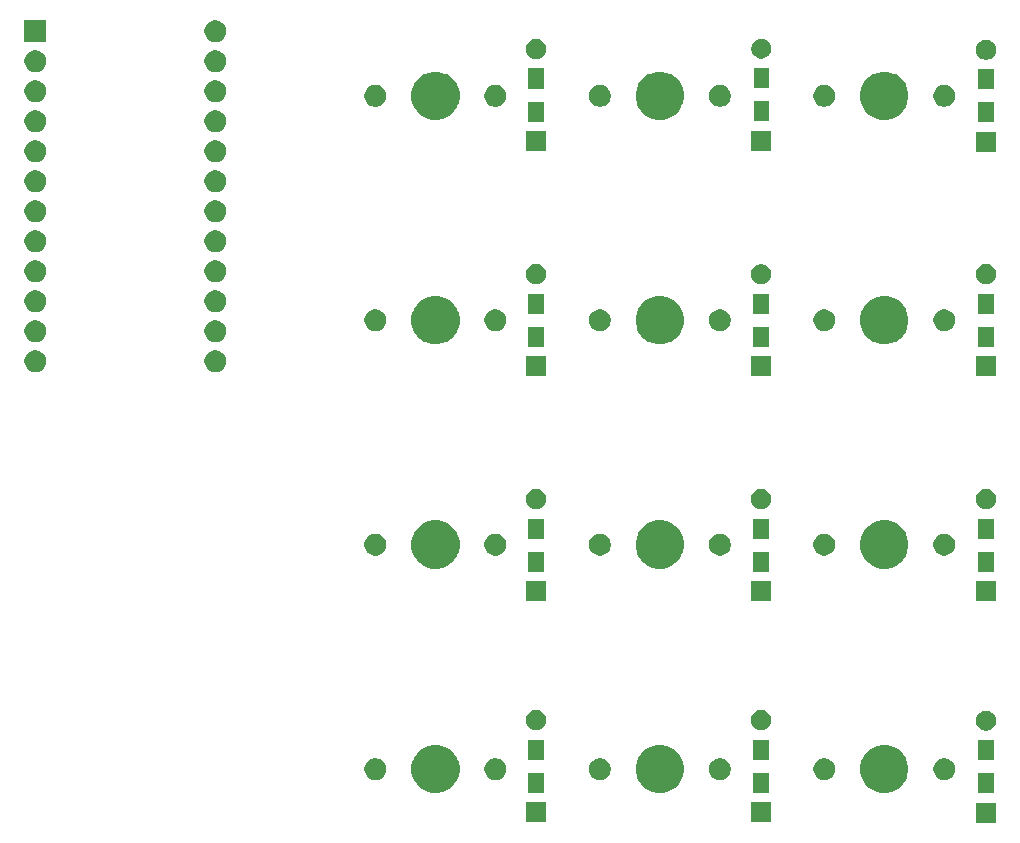
<source format=gts>
G04 #@! TF.GenerationSoftware,KiCad,Pcbnew,(5.1.4)-1*
G04 #@! TF.CreationDate,2020-08-22T19:17:11-06:00*
G04 #@! TF.ProjectId,smolPad,736d6f6c-5061-4642-9e6b-696361645f70,rev?*
G04 #@! TF.SameCoordinates,Original*
G04 #@! TF.FileFunction,Soldermask,Top*
G04 #@! TF.FilePolarity,Negative*
%FSLAX46Y46*%
G04 Gerber Fmt 4.6, Leading zero omitted, Abs format (unit mm)*
G04 Created by KiCad (PCBNEW (5.1.4)-1) date 2020-08-22 19:17:11*
%MOMM*%
%LPD*%
G04 APERTURE LIST*
%ADD10C,0.020000*%
G04 APERTURE END LIST*
D10*
G36*
X202463500Y-121551000D02*
G01*
X200761500Y-121551000D01*
X200761500Y-119849000D01*
X202463500Y-119849000D01*
X202463500Y-121551000D01*
X202463500Y-121551000D01*
G37*
G36*
X183413500Y-121501000D02*
G01*
X181711500Y-121501000D01*
X181711500Y-119799000D01*
X183413500Y-119799000D01*
X183413500Y-121501000D01*
X183413500Y-121501000D01*
G37*
G36*
X164363500Y-121501000D02*
G01*
X162661500Y-121501000D01*
X162661500Y-119799000D01*
X164363500Y-119799000D01*
X164363500Y-121501000D01*
X164363500Y-121501000D01*
G37*
G36*
X202263500Y-119051000D02*
G01*
X200961500Y-119051000D01*
X200961500Y-117349000D01*
X202263500Y-117349000D01*
X202263500Y-119051000D01*
X202263500Y-119051000D01*
G37*
G36*
X193596474Y-115033684D02*
G01*
X193814474Y-115123983D01*
X193968623Y-115187833D01*
X194303548Y-115411623D01*
X194588377Y-115696452D01*
X194812167Y-116031377D01*
X194844562Y-116109586D01*
X194966316Y-116403526D01*
X195044900Y-116798594D01*
X195044900Y-117201406D01*
X194966316Y-117596474D01*
X194915451Y-117719272D01*
X194812167Y-117968623D01*
X194588377Y-118303548D01*
X194303548Y-118588377D01*
X193968623Y-118812167D01*
X193814474Y-118876017D01*
X193596474Y-118966316D01*
X193201406Y-119044900D01*
X192798594Y-119044900D01*
X192403526Y-118966316D01*
X192185526Y-118876017D01*
X192031377Y-118812167D01*
X191696452Y-118588377D01*
X191411623Y-118303548D01*
X191187833Y-117968623D01*
X191084549Y-117719272D01*
X191033684Y-117596474D01*
X190955100Y-117201406D01*
X190955100Y-116798594D01*
X191033684Y-116403526D01*
X191155438Y-116109586D01*
X191187833Y-116031377D01*
X191411623Y-115696452D01*
X191696452Y-115411623D01*
X192031377Y-115187833D01*
X192185526Y-115123983D01*
X192403526Y-115033684D01*
X192798594Y-114955100D01*
X193201406Y-114955100D01*
X193596474Y-115033684D01*
X193596474Y-115033684D01*
G37*
G36*
X174596474Y-115033684D02*
G01*
X174814474Y-115123983D01*
X174968623Y-115187833D01*
X175303548Y-115411623D01*
X175588377Y-115696452D01*
X175812167Y-116031377D01*
X175844562Y-116109586D01*
X175966316Y-116403526D01*
X176044900Y-116798594D01*
X176044900Y-117201406D01*
X175966316Y-117596474D01*
X175915451Y-117719272D01*
X175812167Y-117968623D01*
X175588377Y-118303548D01*
X175303548Y-118588377D01*
X174968623Y-118812167D01*
X174814474Y-118876017D01*
X174596474Y-118966316D01*
X174201406Y-119044900D01*
X173798594Y-119044900D01*
X173403526Y-118966316D01*
X173185526Y-118876017D01*
X173031377Y-118812167D01*
X172696452Y-118588377D01*
X172411623Y-118303548D01*
X172187833Y-117968623D01*
X172084549Y-117719272D01*
X172033684Y-117596474D01*
X171955100Y-117201406D01*
X171955100Y-116798594D01*
X172033684Y-116403526D01*
X172155438Y-116109586D01*
X172187833Y-116031377D01*
X172411623Y-115696452D01*
X172696452Y-115411623D01*
X173031377Y-115187833D01*
X173185526Y-115123983D01*
X173403526Y-115033684D01*
X173798594Y-114955100D01*
X174201406Y-114955100D01*
X174596474Y-115033684D01*
X174596474Y-115033684D01*
G37*
G36*
X155596474Y-115033684D02*
G01*
X155814474Y-115123983D01*
X155968623Y-115187833D01*
X156303548Y-115411623D01*
X156588377Y-115696452D01*
X156812167Y-116031377D01*
X156844562Y-116109586D01*
X156966316Y-116403526D01*
X157044900Y-116798594D01*
X157044900Y-117201406D01*
X156966316Y-117596474D01*
X156915451Y-117719272D01*
X156812167Y-117968623D01*
X156588377Y-118303548D01*
X156303548Y-118588377D01*
X155968623Y-118812167D01*
X155814474Y-118876017D01*
X155596474Y-118966316D01*
X155201406Y-119044900D01*
X154798594Y-119044900D01*
X154403526Y-118966316D01*
X154185526Y-118876017D01*
X154031377Y-118812167D01*
X153696452Y-118588377D01*
X153411623Y-118303548D01*
X153187833Y-117968623D01*
X153084549Y-117719272D01*
X153033684Y-117596474D01*
X152955100Y-117201406D01*
X152955100Y-116798594D01*
X153033684Y-116403526D01*
X153155438Y-116109586D01*
X153187833Y-116031377D01*
X153411623Y-115696452D01*
X153696452Y-115411623D01*
X154031377Y-115187833D01*
X154185526Y-115123983D01*
X154403526Y-115033684D01*
X154798594Y-114955100D01*
X155201406Y-114955100D01*
X155596474Y-115033684D01*
X155596474Y-115033684D01*
G37*
G36*
X183213500Y-119001000D02*
G01*
X181911500Y-119001000D01*
X181911500Y-117299000D01*
X183213500Y-117299000D01*
X183213500Y-119001000D01*
X183213500Y-119001000D01*
G37*
G36*
X164163500Y-119001000D02*
G01*
X162861500Y-119001000D01*
X162861500Y-117299000D01*
X164163500Y-117299000D01*
X164163500Y-119001000D01*
X164163500Y-119001000D01*
G37*
G36*
X150190104Y-116109585D02*
G01*
X150358626Y-116179389D01*
X150510291Y-116280728D01*
X150639272Y-116409709D01*
X150740611Y-116561374D01*
X150810415Y-116729896D01*
X150846000Y-116908797D01*
X150846000Y-117091203D01*
X150810415Y-117270104D01*
X150740611Y-117438626D01*
X150639272Y-117590291D01*
X150510291Y-117719272D01*
X150358626Y-117820611D01*
X150190104Y-117890415D01*
X150011203Y-117926000D01*
X149828797Y-117926000D01*
X149649896Y-117890415D01*
X149481374Y-117820611D01*
X149329709Y-117719272D01*
X149200728Y-117590291D01*
X149099389Y-117438626D01*
X149029585Y-117270104D01*
X148994000Y-117091203D01*
X148994000Y-116908797D01*
X149029585Y-116729896D01*
X149099389Y-116561374D01*
X149200728Y-116409709D01*
X149329709Y-116280728D01*
X149481374Y-116179389D01*
X149649896Y-116109585D01*
X149828797Y-116074000D01*
X150011203Y-116074000D01*
X150190104Y-116109585D01*
X150190104Y-116109585D01*
G37*
G36*
X198350104Y-116109585D02*
G01*
X198518626Y-116179389D01*
X198670291Y-116280728D01*
X198799272Y-116409709D01*
X198900611Y-116561374D01*
X198970415Y-116729896D01*
X199006000Y-116908797D01*
X199006000Y-117091203D01*
X198970415Y-117270104D01*
X198900611Y-117438626D01*
X198799272Y-117590291D01*
X198670291Y-117719272D01*
X198518626Y-117820611D01*
X198350104Y-117890415D01*
X198171203Y-117926000D01*
X197988797Y-117926000D01*
X197809896Y-117890415D01*
X197641374Y-117820611D01*
X197489709Y-117719272D01*
X197360728Y-117590291D01*
X197259389Y-117438626D01*
X197189585Y-117270104D01*
X197154000Y-117091203D01*
X197154000Y-116908797D01*
X197189585Y-116729896D01*
X197259389Y-116561374D01*
X197360728Y-116409709D01*
X197489709Y-116280728D01*
X197641374Y-116179389D01*
X197809896Y-116109585D01*
X197988797Y-116074000D01*
X198171203Y-116074000D01*
X198350104Y-116109585D01*
X198350104Y-116109585D01*
G37*
G36*
X188190104Y-116109585D02*
G01*
X188358626Y-116179389D01*
X188510291Y-116280728D01*
X188639272Y-116409709D01*
X188740611Y-116561374D01*
X188810415Y-116729896D01*
X188846000Y-116908797D01*
X188846000Y-117091203D01*
X188810415Y-117270104D01*
X188740611Y-117438626D01*
X188639272Y-117590291D01*
X188510291Y-117719272D01*
X188358626Y-117820611D01*
X188190104Y-117890415D01*
X188011203Y-117926000D01*
X187828797Y-117926000D01*
X187649896Y-117890415D01*
X187481374Y-117820611D01*
X187329709Y-117719272D01*
X187200728Y-117590291D01*
X187099389Y-117438626D01*
X187029585Y-117270104D01*
X186994000Y-117091203D01*
X186994000Y-116908797D01*
X187029585Y-116729896D01*
X187099389Y-116561374D01*
X187200728Y-116409709D01*
X187329709Y-116280728D01*
X187481374Y-116179389D01*
X187649896Y-116109585D01*
X187828797Y-116074000D01*
X188011203Y-116074000D01*
X188190104Y-116109585D01*
X188190104Y-116109585D01*
G37*
G36*
X179350104Y-116109585D02*
G01*
X179518626Y-116179389D01*
X179670291Y-116280728D01*
X179799272Y-116409709D01*
X179900611Y-116561374D01*
X179970415Y-116729896D01*
X180006000Y-116908797D01*
X180006000Y-117091203D01*
X179970415Y-117270104D01*
X179900611Y-117438626D01*
X179799272Y-117590291D01*
X179670291Y-117719272D01*
X179518626Y-117820611D01*
X179350104Y-117890415D01*
X179171203Y-117926000D01*
X178988797Y-117926000D01*
X178809896Y-117890415D01*
X178641374Y-117820611D01*
X178489709Y-117719272D01*
X178360728Y-117590291D01*
X178259389Y-117438626D01*
X178189585Y-117270104D01*
X178154000Y-117091203D01*
X178154000Y-116908797D01*
X178189585Y-116729896D01*
X178259389Y-116561374D01*
X178360728Y-116409709D01*
X178489709Y-116280728D01*
X178641374Y-116179389D01*
X178809896Y-116109585D01*
X178988797Y-116074000D01*
X179171203Y-116074000D01*
X179350104Y-116109585D01*
X179350104Y-116109585D01*
G37*
G36*
X169190104Y-116109585D02*
G01*
X169358626Y-116179389D01*
X169510291Y-116280728D01*
X169639272Y-116409709D01*
X169740611Y-116561374D01*
X169810415Y-116729896D01*
X169846000Y-116908797D01*
X169846000Y-117091203D01*
X169810415Y-117270104D01*
X169740611Y-117438626D01*
X169639272Y-117590291D01*
X169510291Y-117719272D01*
X169358626Y-117820611D01*
X169190104Y-117890415D01*
X169011203Y-117926000D01*
X168828797Y-117926000D01*
X168649896Y-117890415D01*
X168481374Y-117820611D01*
X168329709Y-117719272D01*
X168200728Y-117590291D01*
X168099389Y-117438626D01*
X168029585Y-117270104D01*
X167994000Y-117091203D01*
X167994000Y-116908797D01*
X168029585Y-116729896D01*
X168099389Y-116561374D01*
X168200728Y-116409709D01*
X168329709Y-116280728D01*
X168481374Y-116179389D01*
X168649896Y-116109585D01*
X168828797Y-116074000D01*
X169011203Y-116074000D01*
X169190104Y-116109585D01*
X169190104Y-116109585D01*
G37*
G36*
X160350104Y-116109585D02*
G01*
X160518626Y-116179389D01*
X160670291Y-116280728D01*
X160799272Y-116409709D01*
X160900611Y-116561374D01*
X160970415Y-116729896D01*
X161006000Y-116908797D01*
X161006000Y-117091203D01*
X160970415Y-117270104D01*
X160900611Y-117438626D01*
X160799272Y-117590291D01*
X160670291Y-117719272D01*
X160518626Y-117820611D01*
X160350104Y-117890415D01*
X160171203Y-117926000D01*
X159988797Y-117926000D01*
X159809896Y-117890415D01*
X159641374Y-117820611D01*
X159489709Y-117719272D01*
X159360728Y-117590291D01*
X159259389Y-117438626D01*
X159189585Y-117270104D01*
X159154000Y-117091203D01*
X159154000Y-116908797D01*
X159189585Y-116729896D01*
X159259389Y-116561374D01*
X159360728Y-116409709D01*
X159489709Y-116280728D01*
X159641374Y-116179389D01*
X159809896Y-116109585D01*
X159988797Y-116074000D01*
X160171203Y-116074000D01*
X160350104Y-116109585D01*
X160350104Y-116109585D01*
G37*
G36*
X202263500Y-116251000D02*
G01*
X200961500Y-116251000D01*
X200961500Y-114549000D01*
X202263500Y-114549000D01*
X202263500Y-116251000D01*
X202263500Y-116251000D01*
G37*
G36*
X164163500Y-116201000D02*
G01*
X162861500Y-116201000D01*
X162861500Y-114499000D01*
X164163500Y-114499000D01*
X164163500Y-116201000D01*
X164163500Y-116201000D01*
G37*
G36*
X183213500Y-116201000D02*
G01*
X181911500Y-116201000D01*
X181911500Y-114499000D01*
X183213500Y-114499000D01*
X183213500Y-116201000D01*
X183213500Y-116201000D01*
G37*
G36*
X201860728Y-112081703D02*
G01*
X202015600Y-112145853D01*
X202154981Y-112238985D01*
X202273515Y-112357519D01*
X202366647Y-112496900D01*
X202430797Y-112651772D01*
X202463500Y-112816184D01*
X202463500Y-112983816D01*
X202430797Y-113148228D01*
X202366647Y-113303100D01*
X202273515Y-113442481D01*
X202154981Y-113561015D01*
X202015600Y-113654147D01*
X201860728Y-113718297D01*
X201696316Y-113751000D01*
X201528684Y-113751000D01*
X201364272Y-113718297D01*
X201209400Y-113654147D01*
X201070019Y-113561015D01*
X200951485Y-113442481D01*
X200858353Y-113303100D01*
X200794203Y-113148228D01*
X200761500Y-112983816D01*
X200761500Y-112816184D01*
X200794203Y-112651772D01*
X200858353Y-112496900D01*
X200951485Y-112357519D01*
X201070019Y-112238985D01*
X201209400Y-112145853D01*
X201364272Y-112081703D01*
X201528684Y-112049000D01*
X201696316Y-112049000D01*
X201860728Y-112081703D01*
X201860728Y-112081703D01*
G37*
G36*
X182810728Y-112031703D02*
G01*
X182965600Y-112095853D01*
X183104981Y-112188985D01*
X183223515Y-112307519D01*
X183316647Y-112446900D01*
X183380797Y-112601772D01*
X183413500Y-112766184D01*
X183413500Y-112933816D01*
X183380797Y-113098228D01*
X183316647Y-113253100D01*
X183223515Y-113392481D01*
X183104981Y-113511015D01*
X182965600Y-113604147D01*
X182810728Y-113668297D01*
X182646316Y-113701000D01*
X182478684Y-113701000D01*
X182314272Y-113668297D01*
X182159400Y-113604147D01*
X182020019Y-113511015D01*
X181901485Y-113392481D01*
X181808353Y-113253100D01*
X181744203Y-113098228D01*
X181711500Y-112933816D01*
X181711500Y-112766184D01*
X181744203Y-112601772D01*
X181808353Y-112446900D01*
X181901485Y-112307519D01*
X182020019Y-112188985D01*
X182159400Y-112095853D01*
X182314272Y-112031703D01*
X182478684Y-111999000D01*
X182646316Y-111999000D01*
X182810728Y-112031703D01*
X182810728Y-112031703D01*
G37*
G36*
X163760728Y-112031703D02*
G01*
X163915600Y-112095853D01*
X164054981Y-112188985D01*
X164173515Y-112307519D01*
X164266647Y-112446900D01*
X164330797Y-112601772D01*
X164363500Y-112766184D01*
X164363500Y-112933816D01*
X164330797Y-113098228D01*
X164266647Y-113253100D01*
X164173515Y-113392481D01*
X164054981Y-113511015D01*
X163915600Y-113604147D01*
X163760728Y-113668297D01*
X163596316Y-113701000D01*
X163428684Y-113701000D01*
X163264272Y-113668297D01*
X163109400Y-113604147D01*
X162970019Y-113511015D01*
X162851485Y-113392481D01*
X162758353Y-113253100D01*
X162694203Y-113098228D01*
X162661500Y-112933816D01*
X162661500Y-112766184D01*
X162694203Y-112601772D01*
X162758353Y-112446900D01*
X162851485Y-112307519D01*
X162970019Y-112188985D01*
X163109400Y-112095853D01*
X163264272Y-112031703D01*
X163428684Y-111999000D01*
X163596316Y-111999000D01*
X163760728Y-112031703D01*
X163760728Y-112031703D01*
G37*
G36*
X164363500Y-102793500D02*
G01*
X162661500Y-102793500D01*
X162661500Y-101091500D01*
X164363500Y-101091500D01*
X164363500Y-102793500D01*
X164363500Y-102793500D01*
G37*
G36*
X202463500Y-102793500D02*
G01*
X200761500Y-102793500D01*
X200761500Y-101091500D01*
X202463500Y-101091500D01*
X202463500Y-102793500D01*
X202463500Y-102793500D01*
G37*
G36*
X183413500Y-102793500D02*
G01*
X181711500Y-102793500D01*
X181711500Y-101091500D01*
X183413500Y-101091500D01*
X183413500Y-102793500D01*
X183413500Y-102793500D01*
G37*
G36*
X183213500Y-100293500D02*
G01*
X181911500Y-100293500D01*
X181911500Y-98591500D01*
X183213500Y-98591500D01*
X183213500Y-100293500D01*
X183213500Y-100293500D01*
G37*
G36*
X164163500Y-100293500D02*
G01*
X162861500Y-100293500D01*
X162861500Y-98591500D01*
X164163500Y-98591500D01*
X164163500Y-100293500D01*
X164163500Y-100293500D01*
G37*
G36*
X202263500Y-100293500D02*
G01*
X200961500Y-100293500D01*
X200961500Y-98591500D01*
X202263500Y-98591500D01*
X202263500Y-100293500D01*
X202263500Y-100293500D01*
G37*
G36*
X155596474Y-96033684D02*
G01*
X155814474Y-96123983D01*
X155968623Y-96187833D01*
X156303548Y-96411623D01*
X156588377Y-96696452D01*
X156812167Y-97031377D01*
X156844562Y-97109586D01*
X156966316Y-97403526D01*
X157044900Y-97798594D01*
X157044900Y-98201406D01*
X156966316Y-98596474D01*
X156915451Y-98719272D01*
X156812167Y-98968623D01*
X156588377Y-99303548D01*
X156303548Y-99588377D01*
X155968623Y-99812167D01*
X155814474Y-99876017D01*
X155596474Y-99966316D01*
X155201406Y-100044900D01*
X154798594Y-100044900D01*
X154403526Y-99966316D01*
X154185526Y-99876017D01*
X154031377Y-99812167D01*
X153696452Y-99588377D01*
X153411623Y-99303548D01*
X153187833Y-98968623D01*
X153084549Y-98719272D01*
X153033684Y-98596474D01*
X152955100Y-98201406D01*
X152955100Y-97798594D01*
X153033684Y-97403526D01*
X153155438Y-97109586D01*
X153187833Y-97031377D01*
X153411623Y-96696452D01*
X153696452Y-96411623D01*
X154031377Y-96187833D01*
X154185526Y-96123983D01*
X154403526Y-96033684D01*
X154798594Y-95955100D01*
X155201406Y-95955100D01*
X155596474Y-96033684D01*
X155596474Y-96033684D01*
G37*
G36*
X193596474Y-96033684D02*
G01*
X193814474Y-96123983D01*
X193968623Y-96187833D01*
X194303548Y-96411623D01*
X194588377Y-96696452D01*
X194812167Y-97031377D01*
X194844562Y-97109586D01*
X194966316Y-97403526D01*
X195044900Y-97798594D01*
X195044900Y-98201406D01*
X194966316Y-98596474D01*
X194915451Y-98719272D01*
X194812167Y-98968623D01*
X194588377Y-99303548D01*
X194303548Y-99588377D01*
X193968623Y-99812167D01*
X193814474Y-99876017D01*
X193596474Y-99966316D01*
X193201406Y-100044900D01*
X192798594Y-100044900D01*
X192403526Y-99966316D01*
X192185526Y-99876017D01*
X192031377Y-99812167D01*
X191696452Y-99588377D01*
X191411623Y-99303548D01*
X191187833Y-98968623D01*
X191084549Y-98719272D01*
X191033684Y-98596474D01*
X190955100Y-98201406D01*
X190955100Y-97798594D01*
X191033684Y-97403526D01*
X191155438Y-97109586D01*
X191187833Y-97031377D01*
X191411623Y-96696452D01*
X191696452Y-96411623D01*
X192031377Y-96187833D01*
X192185526Y-96123983D01*
X192403526Y-96033684D01*
X192798594Y-95955100D01*
X193201406Y-95955100D01*
X193596474Y-96033684D01*
X193596474Y-96033684D01*
G37*
G36*
X174596474Y-96033684D02*
G01*
X174814474Y-96123983D01*
X174968623Y-96187833D01*
X175303548Y-96411623D01*
X175588377Y-96696452D01*
X175812167Y-97031377D01*
X175844562Y-97109586D01*
X175966316Y-97403526D01*
X176044900Y-97798594D01*
X176044900Y-98201406D01*
X175966316Y-98596474D01*
X175915451Y-98719272D01*
X175812167Y-98968623D01*
X175588377Y-99303548D01*
X175303548Y-99588377D01*
X174968623Y-99812167D01*
X174814474Y-99876017D01*
X174596474Y-99966316D01*
X174201406Y-100044900D01*
X173798594Y-100044900D01*
X173403526Y-99966316D01*
X173185526Y-99876017D01*
X173031377Y-99812167D01*
X172696452Y-99588377D01*
X172411623Y-99303548D01*
X172187833Y-98968623D01*
X172084549Y-98719272D01*
X172033684Y-98596474D01*
X171955100Y-98201406D01*
X171955100Y-97798594D01*
X172033684Y-97403526D01*
X172155438Y-97109586D01*
X172187833Y-97031377D01*
X172411623Y-96696452D01*
X172696452Y-96411623D01*
X173031377Y-96187833D01*
X173185526Y-96123983D01*
X173403526Y-96033684D01*
X173798594Y-95955100D01*
X174201406Y-95955100D01*
X174596474Y-96033684D01*
X174596474Y-96033684D01*
G37*
G36*
X198350104Y-97109585D02*
G01*
X198518626Y-97179389D01*
X198670291Y-97280728D01*
X198799272Y-97409709D01*
X198900611Y-97561374D01*
X198970415Y-97729896D01*
X199006000Y-97908797D01*
X199006000Y-98091203D01*
X198970415Y-98270104D01*
X198900611Y-98438626D01*
X198799272Y-98590291D01*
X198670291Y-98719272D01*
X198518626Y-98820611D01*
X198350104Y-98890415D01*
X198171203Y-98926000D01*
X197988797Y-98926000D01*
X197809896Y-98890415D01*
X197641374Y-98820611D01*
X197489709Y-98719272D01*
X197360728Y-98590291D01*
X197259389Y-98438626D01*
X197189585Y-98270104D01*
X197154000Y-98091203D01*
X197154000Y-97908797D01*
X197189585Y-97729896D01*
X197259389Y-97561374D01*
X197360728Y-97409709D01*
X197489709Y-97280728D01*
X197641374Y-97179389D01*
X197809896Y-97109585D01*
X197988797Y-97074000D01*
X198171203Y-97074000D01*
X198350104Y-97109585D01*
X198350104Y-97109585D01*
G37*
G36*
X169190104Y-97109585D02*
G01*
X169358626Y-97179389D01*
X169510291Y-97280728D01*
X169639272Y-97409709D01*
X169740611Y-97561374D01*
X169810415Y-97729896D01*
X169846000Y-97908797D01*
X169846000Y-98091203D01*
X169810415Y-98270104D01*
X169740611Y-98438626D01*
X169639272Y-98590291D01*
X169510291Y-98719272D01*
X169358626Y-98820611D01*
X169190104Y-98890415D01*
X169011203Y-98926000D01*
X168828797Y-98926000D01*
X168649896Y-98890415D01*
X168481374Y-98820611D01*
X168329709Y-98719272D01*
X168200728Y-98590291D01*
X168099389Y-98438626D01*
X168029585Y-98270104D01*
X167994000Y-98091203D01*
X167994000Y-97908797D01*
X168029585Y-97729896D01*
X168099389Y-97561374D01*
X168200728Y-97409709D01*
X168329709Y-97280728D01*
X168481374Y-97179389D01*
X168649896Y-97109585D01*
X168828797Y-97074000D01*
X169011203Y-97074000D01*
X169190104Y-97109585D01*
X169190104Y-97109585D01*
G37*
G36*
X179350104Y-97109585D02*
G01*
X179518626Y-97179389D01*
X179670291Y-97280728D01*
X179799272Y-97409709D01*
X179900611Y-97561374D01*
X179970415Y-97729896D01*
X180006000Y-97908797D01*
X180006000Y-98091203D01*
X179970415Y-98270104D01*
X179900611Y-98438626D01*
X179799272Y-98590291D01*
X179670291Y-98719272D01*
X179518626Y-98820611D01*
X179350104Y-98890415D01*
X179171203Y-98926000D01*
X178988797Y-98926000D01*
X178809896Y-98890415D01*
X178641374Y-98820611D01*
X178489709Y-98719272D01*
X178360728Y-98590291D01*
X178259389Y-98438626D01*
X178189585Y-98270104D01*
X178154000Y-98091203D01*
X178154000Y-97908797D01*
X178189585Y-97729896D01*
X178259389Y-97561374D01*
X178360728Y-97409709D01*
X178489709Y-97280728D01*
X178641374Y-97179389D01*
X178809896Y-97109585D01*
X178988797Y-97074000D01*
X179171203Y-97074000D01*
X179350104Y-97109585D01*
X179350104Y-97109585D01*
G37*
G36*
X160350104Y-97109585D02*
G01*
X160518626Y-97179389D01*
X160670291Y-97280728D01*
X160799272Y-97409709D01*
X160900611Y-97561374D01*
X160970415Y-97729896D01*
X161006000Y-97908797D01*
X161006000Y-98091203D01*
X160970415Y-98270104D01*
X160900611Y-98438626D01*
X160799272Y-98590291D01*
X160670291Y-98719272D01*
X160518626Y-98820611D01*
X160350104Y-98890415D01*
X160171203Y-98926000D01*
X159988797Y-98926000D01*
X159809896Y-98890415D01*
X159641374Y-98820611D01*
X159489709Y-98719272D01*
X159360728Y-98590291D01*
X159259389Y-98438626D01*
X159189585Y-98270104D01*
X159154000Y-98091203D01*
X159154000Y-97908797D01*
X159189585Y-97729896D01*
X159259389Y-97561374D01*
X159360728Y-97409709D01*
X159489709Y-97280728D01*
X159641374Y-97179389D01*
X159809896Y-97109585D01*
X159988797Y-97074000D01*
X160171203Y-97074000D01*
X160350104Y-97109585D01*
X160350104Y-97109585D01*
G37*
G36*
X188190104Y-97109585D02*
G01*
X188358626Y-97179389D01*
X188510291Y-97280728D01*
X188639272Y-97409709D01*
X188740611Y-97561374D01*
X188810415Y-97729896D01*
X188846000Y-97908797D01*
X188846000Y-98091203D01*
X188810415Y-98270104D01*
X188740611Y-98438626D01*
X188639272Y-98590291D01*
X188510291Y-98719272D01*
X188358626Y-98820611D01*
X188190104Y-98890415D01*
X188011203Y-98926000D01*
X187828797Y-98926000D01*
X187649896Y-98890415D01*
X187481374Y-98820611D01*
X187329709Y-98719272D01*
X187200728Y-98590291D01*
X187099389Y-98438626D01*
X187029585Y-98270104D01*
X186994000Y-98091203D01*
X186994000Y-97908797D01*
X187029585Y-97729896D01*
X187099389Y-97561374D01*
X187200728Y-97409709D01*
X187329709Y-97280728D01*
X187481374Y-97179389D01*
X187649896Y-97109585D01*
X187828797Y-97074000D01*
X188011203Y-97074000D01*
X188190104Y-97109585D01*
X188190104Y-97109585D01*
G37*
G36*
X150190104Y-97109585D02*
G01*
X150358626Y-97179389D01*
X150510291Y-97280728D01*
X150639272Y-97409709D01*
X150740611Y-97561374D01*
X150810415Y-97729896D01*
X150846000Y-97908797D01*
X150846000Y-98091203D01*
X150810415Y-98270104D01*
X150740611Y-98438626D01*
X150639272Y-98590291D01*
X150510291Y-98719272D01*
X150358626Y-98820611D01*
X150190104Y-98890415D01*
X150011203Y-98926000D01*
X149828797Y-98926000D01*
X149649896Y-98890415D01*
X149481374Y-98820611D01*
X149329709Y-98719272D01*
X149200728Y-98590291D01*
X149099389Y-98438626D01*
X149029585Y-98270104D01*
X148994000Y-98091203D01*
X148994000Y-97908797D01*
X149029585Y-97729896D01*
X149099389Y-97561374D01*
X149200728Y-97409709D01*
X149329709Y-97280728D01*
X149481374Y-97179389D01*
X149649896Y-97109585D01*
X149828797Y-97074000D01*
X150011203Y-97074000D01*
X150190104Y-97109585D01*
X150190104Y-97109585D01*
G37*
G36*
X183213500Y-97493500D02*
G01*
X181911500Y-97493500D01*
X181911500Y-95791500D01*
X183213500Y-95791500D01*
X183213500Y-97493500D01*
X183213500Y-97493500D01*
G37*
G36*
X202263500Y-97493500D02*
G01*
X200961500Y-97493500D01*
X200961500Y-95791500D01*
X202263500Y-95791500D01*
X202263500Y-97493500D01*
X202263500Y-97493500D01*
G37*
G36*
X164163500Y-97493500D02*
G01*
X162861500Y-97493500D01*
X162861500Y-95791500D01*
X164163500Y-95791500D01*
X164163500Y-97493500D01*
X164163500Y-97493500D01*
G37*
G36*
X201860728Y-93324203D02*
G01*
X202015600Y-93388353D01*
X202154981Y-93481485D01*
X202273515Y-93600019D01*
X202366647Y-93739400D01*
X202430797Y-93894272D01*
X202463500Y-94058684D01*
X202463500Y-94226316D01*
X202430797Y-94390728D01*
X202366647Y-94545600D01*
X202273515Y-94684981D01*
X202154981Y-94803515D01*
X202015600Y-94896647D01*
X201860728Y-94960797D01*
X201696316Y-94993500D01*
X201528684Y-94993500D01*
X201364272Y-94960797D01*
X201209400Y-94896647D01*
X201070019Y-94803515D01*
X200951485Y-94684981D01*
X200858353Y-94545600D01*
X200794203Y-94390728D01*
X200761500Y-94226316D01*
X200761500Y-94058684D01*
X200794203Y-93894272D01*
X200858353Y-93739400D01*
X200951485Y-93600019D01*
X201070019Y-93481485D01*
X201209400Y-93388353D01*
X201364272Y-93324203D01*
X201528684Y-93291500D01*
X201696316Y-93291500D01*
X201860728Y-93324203D01*
X201860728Y-93324203D01*
G37*
G36*
X182810728Y-93324203D02*
G01*
X182965600Y-93388353D01*
X183104981Y-93481485D01*
X183223515Y-93600019D01*
X183316647Y-93739400D01*
X183380797Y-93894272D01*
X183413500Y-94058684D01*
X183413500Y-94226316D01*
X183380797Y-94390728D01*
X183316647Y-94545600D01*
X183223515Y-94684981D01*
X183104981Y-94803515D01*
X182965600Y-94896647D01*
X182810728Y-94960797D01*
X182646316Y-94993500D01*
X182478684Y-94993500D01*
X182314272Y-94960797D01*
X182159400Y-94896647D01*
X182020019Y-94803515D01*
X181901485Y-94684981D01*
X181808353Y-94545600D01*
X181744203Y-94390728D01*
X181711500Y-94226316D01*
X181711500Y-94058684D01*
X181744203Y-93894272D01*
X181808353Y-93739400D01*
X181901485Y-93600019D01*
X182020019Y-93481485D01*
X182159400Y-93388353D01*
X182314272Y-93324203D01*
X182478684Y-93291500D01*
X182646316Y-93291500D01*
X182810728Y-93324203D01*
X182810728Y-93324203D01*
G37*
G36*
X163760728Y-93324203D02*
G01*
X163915600Y-93388353D01*
X164054981Y-93481485D01*
X164173515Y-93600019D01*
X164266647Y-93739400D01*
X164330797Y-93894272D01*
X164363500Y-94058684D01*
X164363500Y-94226316D01*
X164330797Y-94390728D01*
X164266647Y-94545600D01*
X164173515Y-94684981D01*
X164054981Y-94803515D01*
X163915600Y-94896647D01*
X163760728Y-94960797D01*
X163596316Y-94993500D01*
X163428684Y-94993500D01*
X163264272Y-94960797D01*
X163109400Y-94896647D01*
X162970019Y-94803515D01*
X162851485Y-94684981D01*
X162758353Y-94545600D01*
X162694203Y-94390728D01*
X162661500Y-94226316D01*
X162661500Y-94058684D01*
X162694203Y-93894272D01*
X162758353Y-93739400D01*
X162851485Y-93600019D01*
X162970019Y-93481485D01*
X163109400Y-93388353D01*
X163264272Y-93324203D01*
X163428684Y-93291500D01*
X163596316Y-93291500D01*
X163760728Y-93324203D01*
X163760728Y-93324203D01*
G37*
G36*
X183413500Y-83751000D02*
G01*
X181711500Y-83751000D01*
X181711500Y-82049000D01*
X183413500Y-82049000D01*
X183413500Y-83751000D01*
X183413500Y-83751000D01*
G37*
G36*
X202463500Y-83743500D02*
G01*
X200761500Y-83743500D01*
X200761500Y-82041500D01*
X202463500Y-82041500D01*
X202463500Y-83743500D01*
X202463500Y-83743500D01*
G37*
G36*
X164363500Y-83743500D02*
G01*
X162661500Y-83743500D01*
X162661500Y-82041500D01*
X164363500Y-82041500D01*
X164363500Y-83743500D01*
X164363500Y-83743500D01*
G37*
G36*
X121400483Y-81578335D02*
G01*
X121569240Y-81648236D01*
X121721118Y-81749718D01*
X121850282Y-81878882D01*
X121951764Y-82030760D01*
X122021665Y-82199517D01*
X122057300Y-82378668D01*
X122057300Y-82561332D01*
X122021665Y-82740483D01*
X121951764Y-82909240D01*
X121850282Y-83061118D01*
X121721118Y-83190282D01*
X121569240Y-83291764D01*
X121400483Y-83361665D01*
X121221332Y-83397300D01*
X121038668Y-83397300D01*
X120859517Y-83361665D01*
X120690760Y-83291764D01*
X120538882Y-83190282D01*
X120409718Y-83061118D01*
X120308236Y-82909240D01*
X120238335Y-82740483D01*
X120202700Y-82561332D01*
X120202700Y-82378668D01*
X120238335Y-82199517D01*
X120308236Y-82030760D01*
X120409718Y-81878882D01*
X120538882Y-81749718D01*
X120690760Y-81648236D01*
X120859517Y-81578335D01*
X121038668Y-81542700D01*
X121221332Y-81542700D01*
X121400483Y-81578335D01*
X121400483Y-81578335D01*
G37*
G36*
X136640483Y-81578335D02*
G01*
X136809240Y-81648236D01*
X136961118Y-81749718D01*
X137090282Y-81878882D01*
X137191764Y-82030760D01*
X137261665Y-82199517D01*
X137297300Y-82378668D01*
X137297300Y-82561332D01*
X137261665Y-82740483D01*
X137191764Y-82909240D01*
X137090282Y-83061118D01*
X136961118Y-83190282D01*
X136809240Y-83291764D01*
X136640483Y-83361665D01*
X136461332Y-83397300D01*
X136278668Y-83397300D01*
X136099517Y-83361665D01*
X135930760Y-83291764D01*
X135778882Y-83190282D01*
X135649718Y-83061118D01*
X135548236Y-82909240D01*
X135478335Y-82740483D01*
X135442700Y-82561332D01*
X135442700Y-82378668D01*
X135478335Y-82199517D01*
X135548236Y-82030760D01*
X135649718Y-81878882D01*
X135778882Y-81749718D01*
X135930760Y-81648236D01*
X136099517Y-81578335D01*
X136278668Y-81542700D01*
X136461332Y-81542700D01*
X136640483Y-81578335D01*
X136640483Y-81578335D01*
G37*
G36*
X183213500Y-81251000D02*
G01*
X181911500Y-81251000D01*
X181911500Y-79549000D01*
X183213500Y-79549000D01*
X183213500Y-81251000D01*
X183213500Y-81251000D01*
G37*
G36*
X164163500Y-81243500D02*
G01*
X162861500Y-81243500D01*
X162861500Y-79541500D01*
X164163500Y-79541500D01*
X164163500Y-81243500D01*
X164163500Y-81243500D01*
G37*
G36*
X202263500Y-81243500D02*
G01*
X200961500Y-81243500D01*
X200961500Y-79541500D01*
X202263500Y-79541500D01*
X202263500Y-81243500D01*
X202263500Y-81243500D01*
G37*
G36*
X193596474Y-77033684D02*
G01*
X193803693Y-77119517D01*
X193968623Y-77187833D01*
X194303548Y-77411623D01*
X194588377Y-77696452D01*
X194812167Y-78031377D01*
X194844562Y-78109586D01*
X194966316Y-78403526D01*
X195044900Y-78798594D01*
X195044900Y-79201406D01*
X194966316Y-79596474D01*
X194915451Y-79719272D01*
X194812167Y-79968623D01*
X194588377Y-80303548D01*
X194303548Y-80588377D01*
X193968623Y-80812167D01*
X193814474Y-80876017D01*
X193596474Y-80966316D01*
X193201406Y-81044900D01*
X192798594Y-81044900D01*
X192403526Y-80966316D01*
X192185526Y-80876017D01*
X192031377Y-80812167D01*
X191696452Y-80588377D01*
X191411623Y-80303548D01*
X191187833Y-79968623D01*
X191084549Y-79719272D01*
X191033684Y-79596474D01*
X190955100Y-79201406D01*
X190955100Y-78798594D01*
X191033684Y-78403526D01*
X191155438Y-78109586D01*
X191187833Y-78031377D01*
X191411623Y-77696452D01*
X191696452Y-77411623D01*
X192031377Y-77187833D01*
X192196307Y-77119517D01*
X192403526Y-77033684D01*
X192798594Y-76955100D01*
X193201406Y-76955100D01*
X193596474Y-77033684D01*
X193596474Y-77033684D01*
G37*
G36*
X174596474Y-77033684D02*
G01*
X174803693Y-77119517D01*
X174968623Y-77187833D01*
X175303548Y-77411623D01*
X175588377Y-77696452D01*
X175812167Y-78031377D01*
X175844562Y-78109586D01*
X175966316Y-78403526D01*
X176044900Y-78798594D01*
X176044900Y-79201406D01*
X175966316Y-79596474D01*
X175915451Y-79719272D01*
X175812167Y-79968623D01*
X175588377Y-80303548D01*
X175303548Y-80588377D01*
X174968623Y-80812167D01*
X174814474Y-80876017D01*
X174596474Y-80966316D01*
X174201406Y-81044900D01*
X173798594Y-81044900D01*
X173403526Y-80966316D01*
X173185526Y-80876017D01*
X173031377Y-80812167D01*
X172696452Y-80588377D01*
X172411623Y-80303548D01*
X172187833Y-79968623D01*
X172084549Y-79719272D01*
X172033684Y-79596474D01*
X171955100Y-79201406D01*
X171955100Y-78798594D01*
X172033684Y-78403526D01*
X172155438Y-78109586D01*
X172187833Y-78031377D01*
X172411623Y-77696452D01*
X172696452Y-77411623D01*
X173031377Y-77187833D01*
X173196307Y-77119517D01*
X173403526Y-77033684D01*
X173798594Y-76955100D01*
X174201406Y-76955100D01*
X174596474Y-77033684D01*
X174596474Y-77033684D01*
G37*
G36*
X155596474Y-77033684D02*
G01*
X155803693Y-77119517D01*
X155968623Y-77187833D01*
X156303548Y-77411623D01*
X156588377Y-77696452D01*
X156812167Y-78031377D01*
X156844562Y-78109586D01*
X156966316Y-78403526D01*
X157044900Y-78798594D01*
X157044900Y-79201406D01*
X156966316Y-79596474D01*
X156915451Y-79719272D01*
X156812167Y-79968623D01*
X156588377Y-80303548D01*
X156303548Y-80588377D01*
X155968623Y-80812167D01*
X155814474Y-80876017D01*
X155596474Y-80966316D01*
X155201406Y-81044900D01*
X154798594Y-81044900D01*
X154403526Y-80966316D01*
X154185526Y-80876017D01*
X154031377Y-80812167D01*
X153696452Y-80588377D01*
X153411623Y-80303548D01*
X153187833Y-79968623D01*
X153084549Y-79719272D01*
X153033684Y-79596474D01*
X152955100Y-79201406D01*
X152955100Y-78798594D01*
X153033684Y-78403526D01*
X153155438Y-78109586D01*
X153187833Y-78031377D01*
X153411623Y-77696452D01*
X153696452Y-77411623D01*
X154031377Y-77187833D01*
X154196307Y-77119517D01*
X154403526Y-77033684D01*
X154798594Y-76955100D01*
X155201406Y-76955100D01*
X155596474Y-77033684D01*
X155596474Y-77033684D01*
G37*
G36*
X121400483Y-79038335D02*
G01*
X121569240Y-79108236D01*
X121721118Y-79209718D01*
X121850282Y-79338882D01*
X121951764Y-79490760D01*
X122021665Y-79659517D01*
X122057300Y-79838668D01*
X122057300Y-80021332D01*
X122021665Y-80200483D01*
X121951764Y-80369240D01*
X121850282Y-80521118D01*
X121721118Y-80650282D01*
X121569240Y-80751764D01*
X121400483Y-80821665D01*
X121221332Y-80857300D01*
X121038668Y-80857300D01*
X120859517Y-80821665D01*
X120690760Y-80751764D01*
X120538882Y-80650282D01*
X120409718Y-80521118D01*
X120308236Y-80369240D01*
X120238335Y-80200483D01*
X120202700Y-80021332D01*
X120202700Y-79838668D01*
X120238335Y-79659517D01*
X120308236Y-79490760D01*
X120409718Y-79338882D01*
X120538882Y-79209718D01*
X120690760Y-79108236D01*
X120859517Y-79038335D01*
X121038668Y-79002700D01*
X121221332Y-79002700D01*
X121400483Y-79038335D01*
X121400483Y-79038335D01*
G37*
G36*
X136640483Y-79038335D02*
G01*
X136809240Y-79108236D01*
X136961118Y-79209718D01*
X137090282Y-79338882D01*
X137191764Y-79490760D01*
X137261665Y-79659517D01*
X137297300Y-79838668D01*
X137297300Y-80021332D01*
X137261665Y-80200483D01*
X137191764Y-80369240D01*
X137090282Y-80521118D01*
X136961118Y-80650282D01*
X136809240Y-80751764D01*
X136640483Y-80821665D01*
X136461332Y-80857300D01*
X136278668Y-80857300D01*
X136099517Y-80821665D01*
X135930760Y-80751764D01*
X135778882Y-80650282D01*
X135649718Y-80521118D01*
X135548236Y-80369240D01*
X135478335Y-80200483D01*
X135442700Y-80021332D01*
X135442700Y-79838668D01*
X135478335Y-79659517D01*
X135548236Y-79490760D01*
X135649718Y-79338882D01*
X135778882Y-79209718D01*
X135930760Y-79108236D01*
X136099517Y-79038335D01*
X136278668Y-79002700D01*
X136461332Y-79002700D01*
X136640483Y-79038335D01*
X136640483Y-79038335D01*
G37*
G36*
X179350104Y-78109585D02*
G01*
X179518626Y-78179389D01*
X179670291Y-78280728D01*
X179799272Y-78409709D01*
X179900611Y-78561374D01*
X179970415Y-78729896D01*
X180006000Y-78908797D01*
X180006000Y-79091203D01*
X179970415Y-79270104D01*
X179900611Y-79438626D01*
X179799272Y-79590291D01*
X179670291Y-79719272D01*
X179518626Y-79820611D01*
X179350104Y-79890415D01*
X179171203Y-79926000D01*
X178988797Y-79926000D01*
X178809896Y-79890415D01*
X178641374Y-79820611D01*
X178489709Y-79719272D01*
X178360728Y-79590291D01*
X178259389Y-79438626D01*
X178189585Y-79270104D01*
X178154000Y-79091203D01*
X178154000Y-78908797D01*
X178189585Y-78729896D01*
X178259389Y-78561374D01*
X178360728Y-78409709D01*
X178489709Y-78280728D01*
X178641374Y-78179389D01*
X178809896Y-78109585D01*
X178988797Y-78074000D01*
X179171203Y-78074000D01*
X179350104Y-78109585D01*
X179350104Y-78109585D01*
G37*
G36*
X188190104Y-78109585D02*
G01*
X188358626Y-78179389D01*
X188510291Y-78280728D01*
X188639272Y-78409709D01*
X188740611Y-78561374D01*
X188810415Y-78729896D01*
X188846000Y-78908797D01*
X188846000Y-79091203D01*
X188810415Y-79270104D01*
X188740611Y-79438626D01*
X188639272Y-79590291D01*
X188510291Y-79719272D01*
X188358626Y-79820611D01*
X188190104Y-79890415D01*
X188011203Y-79926000D01*
X187828797Y-79926000D01*
X187649896Y-79890415D01*
X187481374Y-79820611D01*
X187329709Y-79719272D01*
X187200728Y-79590291D01*
X187099389Y-79438626D01*
X187029585Y-79270104D01*
X186994000Y-79091203D01*
X186994000Y-78908797D01*
X187029585Y-78729896D01*
X187099389Y-78561374D01*
X187200728Y-78409709D01*
X187329709Y-78280728D01*
X187481374Y-78179389D01*
X187649896Y-78109585D01*
X187828797Y-78074000D01*
X188011203Y-78074000D01*
X188190104Y-78109585D01*
X188190104Y-78109585D01*
G37*
G36*
X198350104Y-78109585D02*
G01*
X198518626Y-78179389D01*
X198670291Y-78280728D01*
X198799272Y-78409709D01*
X198900611Y-78561374D01*
X198970415Y-78729896D01*
X199006000Y-78908797D01*
X199006000Y-79091203D01*
X198970415Y-79270104D01*
X198900611Y-79438626D01*
X198799272Y-79590291D01*
X198670291Y-79719272D01*
X198518626Y-79820611D01*
X198350104Y-79890415D01*
X198171203Y-79926000D01*
X197988797Y-79926000D01*
X197809896Y-79890415D01*
X197641374Y-79820611D01*
X197489709Y-79719272D01*
X197360728Y-79590291D01*
X197259389Y-79438626D01*
X197189585Y-79270104D01*
X197154000Y-79091203D01*
X197154000Y-78908797D01*
X197189585Y-78729896D01*
X197259389Y-78561374D01*
X197360728Y-78409709D01*
X197489709Y-78280728D01*
X197641374Y-78179389D01*
X197809896Y-78109585D01*
X197988797Y-78074000D01*
X198171203Y-78074000D01*
X198350104Y-78109585D01*
X198350104Y-78109585D01*
G37*
G36*
X150190104Y-78109585D02*
G01*
X150358626Y-78179389D01*
X150510291Y-78280728D01*
X150639272Y-78409709D01*
X150740611Y-78561374D01*
X150810415Y-78729896D01*
X150846000Y-78908797D01*
X150846000Y-79091203D01*
X150810415Y-79270104D01*
X150740611Y-79438626D01*
X150639272Y-79590291D01*
X150510291Y-79719272D01*
X150358626Y-79820611D01*
X150190104Y-79890415D01*
X150011203Y-79926000D01*
X149828797Y-79926000D01*
X149649896Y-79890415D01*
X149481374Y-79820611D01*
X149329709Y-79719272D01*
X149200728Y-79590291D01*
X149099389Y-79438626D01*
X149029585Y-79270104D01*
X148994000Y-79091203D01*
X148994000Y-78908797D01*
X149029585Y-78729896D01*
X149099389Y-78561374D01*
X149200728Y-78409709D01*
X149329709Y-78280728D01*
X149481374Y-78179389D01*
X149649896Y-78109585D01*
X149828797Y-78074000D01*
X150011203Y-78074000D01*
X150190104Y-78109585D01*
X150190104Y-78109585D01*
G37*
G36*
X169190104Y-78109585D02*
G01*
X169358626Y-78179389D01*
X169510291Y-78280728D01*
X169639272Y-78409709D01*
X169740611Y-78561374D01*
X169810415Y-78729896D01*
X169846000Y-78908797D01*
X169846000Y-79091203D01*
X169810415Y-79270104D01*
X169740611Y-79438626D01*
X169639272Y-79590291D01*
X169510291Y-79719272D01*
X169358626Y-79820611D01*
X169190104Y-79890415D01*
X169011203Y-79926000D01*
X168828797Y-79926000D01*
X168649896Y-79890415D01*
X168481374Y-79820611D01*
X168329709Y-79719272D01*
X168200728Y-79590291D01*
X168099389Y-79438626D01*
X168029585Y-79270104D01*
X167994000Y-79091203D01*
X167994000Y-78908797D01*
X168029585Y-78729896D01*
X168099389Y-78561374D01*
X168200728Y-78409709D01*
X168329709Y-78280728D01*
X168481374Y-78179389D01*
X168649896Y-78109585D01*
X168828797Y-78074000D01*
X169011203Y-78074000D01*
X169190104Y-78109585D01*
X169190104Y-78109585D01*
G37*
G36*
X160350104Y-78109585D02*
G01*
X160518626Y-78179389D01*
X160670291Y-78280728D01*
X160799272Y-78409709D01*
X160900611Y-78561374D01*
X160970415Y-78729896D01*
X161006000Y-78908797D01*
X161006000Y-79091203D01*
X160970415Y-79270104D01*
X160900611Y-79438626D01*
X160799272Y-79590291D01*
X160670291Y-79719272D01*
X160518626Y-79820611D01*
X160350104Y-79890415D01*
X160171203Y-79926000D01*
X159988797Y-79926000D01*
X159809896Y-79890415D01*
X159641374Y-79820611D01*
X159489709Y-79719272D01*
X159360728Y-79590291D01*
X159259389Y-79438626D01*
X159189585Y-79270104D01*
X159154000Y-79091203D01*
X159154000Y-78908797D01*
X159189585Y-78729896D01*
X159259389Y-78561374D01*
X159360728Y-78409709D01*
X159489709Y-78280728D01*
X159641374Y-78179389D01*
X159809896Y-78109585D01*
X159988797Y-78074000D01*
X160171203Y-78074000D01*
X160350104Y-78109585D01*
X160350104Y-78109585D01*
G37*
G36*
X183213500Y-78451000D02*
G01*
X181911500Y-78451000D01*
X181911500Y-76749000D01*
X183213500Y-76749000D01*
X183213500Y-78451000D01*
X183213500Y-78451000D01*
G37*
G36*
X202263500Y-78443500D02*
G01*
X200961500Y-78443500D01*
X200961500Y-76741500D01*
X202263500Y-76741500D01*
X202263500Y-78443500D01*
X202263500Y-78443500D01*
G37*
G36*
X164163500Y-78443500D02*
G01*
X162861500Y-78443500D01*
X162861500Y-76741500D01*
X164163500Y-76741500D01*
X164163500Y-78443500D01*
X164163500Y-78443500D01*
G37*
G36*
X121400483Y-76498335D02*
G01*
X121569240Y-76568236D01*
X121721118Y-76669718D01*
X121850282Y-76798882D01*
X121951764Y-76950760D01*
X122021665Y-77119517D01*
X122057300Y-77298668D01*
X122057300Y-77481332D01*
X122021665Y-77660483D01*
X121951764Y-77829240D01*
X121850282Y-77981118D01*
X121721118Y-78110282D01*
X121569240Y-78211764D01*
X121400483Y-78281665D01*
X121221332Y-78317300D01*
X121038668Y-78317300D01*
X120859517Y-78281665D01*
X120690760Y-78211764D01*
X120538882Y-78110282D01*
X120409718Y-77981118D01*
X120308236Y-77829240D01*
X120238335Y-77660483D01*
X120202700Y-77481332D01*
X120202700Y-77298668D01*
X120238335Y-77119517D01*
X120308236Y-76950760D01*
X120409718Y-76798882D01*
X120538882Y-76669718D01*
X120690760Y-76568236D01*
X120859517Y-76498335D01*
X121038668Y-76462700D01*
X121221332Y-76462700D01*
X121400483Y-76498335D01*
X121400483Y-76498335D01*
G37*
G36*
X136640483Y-76498335D02*
G01*
X136809240Y-76568236D01*
X136961118Y-76669718D01*
X137090282Y-76798882D01*
X137191764Y-76950760D01*
X137261665Y-77119517D01*
X137297300Y-77298668D01*
X137297300Y-77481332D01*
X137261665Y-77660483D01*
X137191764Y-77829240D01*
X137090282Y-77981118D01*
X136961118Y-78110282D01*
X136809240Y-78211764D01*
X136640483Y-78281665D01*
X136461332Y-78317300D01*
X136278668Y-78317300D01*
X136099517Y-78281665D01*
X135930760Y-78211764D01*
X135778882Y-78110282D01*
X135649718Y-77981118D01*
X135548236Y-77829240D01*
X135478335Y-77660483D01*
X135442700Y-77481332D01*
X135442700Y-77298668D01*
X135478335Y-77119517D01*
X135548236Y-76950760D01*
X135649718Y-76798882D01*
X135778882Y-76669718D01*
X135930760Y-76568236D01*
X136099517Y-76498335D01*
X136278668Y-76462700D01*
X136461332Y-76462700D01*
X136640483Y-76498335D01*
X136640483Y-76498335D01*
G37*
G36*
X182810728Y-74281703D02*
G01*
X182965600Y-74345853D01*
X183104981Y-74438985D01*
X183223515Y-74557519D01*
X183316647Y-74696900D01*
X183380797Y-74851772D01*
X183413500Y-75016184D01*
X183413500Y-75183816D01*
X183380797Y-75348228D01*
X183316647Y-75503100D01*
X183223515Y-75642481D01*
X183104981Y-75761015D01*
X182965600Y-75854147D01*
X182810728Y-75918297D01*
X182646316Y-75951000D01*
X182478684Y-75951000D01*
X182314272Y-75918297D01*
X182159400Y-75854147D01*
X182020019Y-75761015D01*
X181901485Y-75642481D01*
X181808353Y-75503100D01*
X181744203Y-75348228D01*
X181711500Y-75183816D01*
X181711500Y-75016184D01*
X181744203Y-74851772D01*
X181808353Y-74696900D01*
X181901485Y-74557519D01*
X182020019Y-74438985D01*
X182159400Y-74345853D01*
X182314272Y-74281703D01*
X182478684Y-74249000D01*
X182646316Y-74249000D01*
X182810728Y-74281703D01*
X182810728Y-74281703D01*
G37*
G36*
X163760728Y-74274203D02*
G01*
X163915600Y-74338353D01*
X164054981Y-74431485D01*
X164173515Y-74550019D01*
X164266647Y-74689400D01*
X164330797Y-74844272D01*
X164363500Y-75008684D01*
X164363500Y-75176316D01*
X164330797Y-75340728D01*
X164266647Y-75495600D01*
X164173515Y-75634981D01*
X164054981Y-75753515D01*
X163915600Y-75846647D01*
X163760728Y-75910797D01*
X163596316Y-75943500D01*
X163428684Y-75943500D01*
X163264272Y-75910797D01*
X163109400Y-75846647D01*
X162970019Y-75753515D01*
X162851485Y-75634981D01*
X162758353Y-75495600D01*
X162694203Y-75340728D01*
X162661500Y-75176316D01*
X162661500Y-75008684D01*
X162694203Y-74844272D01*
X162758353Y-74689400D01*
X162851485Y-74550019D01*
X162970019Y-74431485D01*
X163109400Y-74338353D01*
X163264272Y-74274203D01*
X163428684Y-74241500D01*
X163596316Y-74241500D01*
X163760728Y-74274203D01*
X163760728Y-74274203D01*
G37*
G36*
X201860728Y-74274203D02*
G01*
X202015600Y-74338353D01*
X202154981Y-74431485D01*
X202273515Y-74550019D01*
X202366647Y-74689400D01*
X202430797Y-74844272D01*
X202463500Y-75008684D01*
X202463500Y-75176316D01*
X202430797Y-75340728D01*
X202366647Y-75495600D01*
X202273515Y-75634981D01*
X202154981Y-75753515D01*
X202015600Y-75846647D01*
X201860728Y-75910797D01*
X201696316Y-75943500D01*
X201528684Y-75943500D01*
X201364272Y-75910797D01*
X201209400Y-75846647D01*
X201070019Y-75753515D01*
X200951485Y-75634981D01*
X200858353Y-75495600D01*
X200794203Y-75340728D01*
X200761500Y-75176316D01*
X200761500Y-75008684D01*
X200794203Y-74844272D01*
X200858353Y-74689400D01*
X200951485Y-74550019D01*
X201070019Y-74431485D01*
X201209400Y-74338353D01*
X201364272Y-74274203D01*
X201528684Y-74241500D01*
X201696316Y-74241500D01*
X201860728Y-74274203D01*
X201860728Y-74274203D01*
G37*
G36*
X121400483Y-73958335D02*
G01*
X121569240Y-74028236D01*
X121721118Y-74129718D01*
X121850282Y-74258882D01*
X121951764Y-74410760D01*
X122021665Y-74579517D01*
X122057300Y-74758668D01*
X122057300Y-74941332D01*
X122021665Y-75120483D01*
X121951764Y-75289240D01*
X121850282Y-75441118D01*
X121721118Y-75570282D01*
X121569240Y-75671764D01*
X121400483Y-75741665D01*
X121221332Y-75777300D01*
X121038668Y-75777300D01*
X120859517Y-75741665D01*
X120690760Y-75671764D01*
X120538882Y-75570282D01*
X120409718Y-75441118D01*
X120308236Y-75289240D01*
X120238335Y-75120483D01*
X120202700Y-74941332D01*
X120202700Y-74758668D01*
X120238335Y-74579517D01*
X120308236Y-74410760D01*
X120409718Y-74258882D01*
X120538882Y-74129718D01*
X120690760Y-74028236D01*
X120859517Y-73958335D01*
X121038668Y-73922700D01*
X121221332Y-73922700D01*
X121400483Y-73958335D01*
X121400483Y-73958335D01*
G37*
G36*
X136640483Y-73958335D02*
G01*
X136809240Y-74028236D01*
X136961118Y-74129718D01*
X137090282Y-74258882D01*
X137191764Y-74410760D01*
X137261665Y-74579517D01*
X137297300Y-74758668D01*
X137297300Y-74941332D01*
X137261665Y-75120483D01*
X137191764Y-75289240D01*
X137090282Y-75441118D01*
X136961118Y-75570282D01*
X136809240Y-75671764D01*
X136640483Y-75741665D01*
X136461332Y-75777300D01*
X136278668Y-75777300D01*
X136099517Y-75741665D01*
X135930760Y-75671764D01*
X135778882Y-75570282D01*
X135649718Y-75441118D01*
X135548236Y-75289240D01*
X135478335Y-75120483D01*
X135442700Y-74941332D01*
X135442700Y-74758668D01*
X135478335Y-74579517D01*
X135548236Y-74410760D01*
X135649718Y-74258882D01*
X135778882Y-74129718D01*
X135930760Y-74028236D01*
X136099517Y-73958335D01*
X136278668Y-73922700D01*
X136461332Y-73922700D01*
X136640483Y-73958335D01*
X136640483Y-73958335D01*
G37*
G36*
X121400483Y-71418335D02*
G01*
X121569240Y-71488236D01*
X121721118Y-71589718D01*
X121850282Y-71718882D01*
X121951764Y-71870760D01*
X122021665Y-72039517D01*
X122057300Y-72218668D01*
X122057300Y-72401332D01*
X122021665Y-72580483D01*
X121951764Y-72749240D01*
X121850282Y-72901118D01*
X121721118Y-73030282D01*
X121569240Y-73131764D01*
X121400483Y-73201665D01*
X121221332Y-73237300D01*
X121038668Y-73237300D01*
X120859517Y-73201665D01*
X120690760Y-73131764D01*
X120538882Y-73030282D01*
X120409718Y-72901118D01*
X120308236Y-72749240D01*
X120238335Y-72580483D01*
X120202700Y-72401332D01*
X120202700Y-72218668D01*
X120238335Y-72039517D01*
X120308236Y-71870760D01*
X120409718Y-71718882D01*
X120538882Y-71589718D01*
X120690760Y-71488236D01*
X120859517Y-71418335D01*
X121038668Y-71382700D01*
X121221332Y-71382700D01*
X121400483Y-71418335D01*
X121400483Y-71418335D01*
G37*
G36*
X136640483Y-71418335D02*
G01*
X136809240Y-71488236D01*
X136961118Y-71589718D01*
X137090282Y-71718882D01*
X137191764Y-71870760D01*
X137261665Y-72039517D01*
X137297300Y-72218668D01*
X137297300Y-72401332D01*
X137261665Y-72580483D01*
X137191764Y-72749240D01*
X137090282Y-72901118D01*
X136961118Y-73030282D01*
X136809240Y-73131764D01*
X136640483Y-73201665D01*
X136461332Y-73237300D01*
X136278668Y-73237300D01*
X136099517Y-73201665D01*
X135930760Y-73131764D01*
X135778882Y-73030282D01*
X135649718Y-72901118D01*
X135548236Y-72749240D01*
X135478335Y-72580483D01*
X135442700Y-72401332D01*
X135442700Y-72218668D01*
X135478335Y-72039517D01*
X135548236Y-71870760D01*
X135649718Y-71718882D01*
X135778882Y-71589718D01*
X135930760Y-71488236D01*
X136099517Y-71418335D01*
X136278668Y-71382700D01*
X136461332Y-71382700D01*
X136640483Y-71418335D01*
X136640483Y-71418335D01*
G37*
G36*
X136640483Y-68878335D02*
G01*
X136809240Y-68948236D01*
X136961118Y-69049718D01*
X137090282Y-69178882D01*
X137191764Y-69330760D01*
X137261665Y-69499517D01*
X137297300Y-69678668D01*
X137297300Y-69861332D01*
X137261665Y-70040483D01*
X137191764Y-70209240D01*
X137090282Y-70361118D01*
X136961118Y-70490282D01*
X136809240Y-70591764D01*
X136640483Y-70661665D01*
X136461332Y-70697300D01*
X136278668Y-70697300D01*
X136099517Y-70661665D01*
X135930760Y-70591764D01*
X135778882Y-70490282D01*
X135649718Y-70361118D01*
X135548236Y-70209240D01*
X135478335Y-70040483D01*
X135442700Y-69861332D01*
X135442700Y-69678668D01*
X135478335Y-69499517D01*
X135548236Y-69330760D01*
X135649718Y-69178882D01*
X135778882Y-69049718D01*
X135930760Y-68948236D01*
X136099517Y-68878335D01*
X136278668Y-68842700D01*
X136461332Y-68842700D01*
X136640483Y-68878335D01*
X136640483Y-68878335D01*
G37*
G36*
X121400483Y-68878335D02*
G01*
X121569240Y-68948236D01*
X121721118Y-69049718D01*
X121850282Y-69178882D01*
X121951764Y-69330760D01*
X122021665Y-69499517D01*
X122057300Y-69678668D01*
X122057300Y-69861332D01*
X122021665Y-70040483D01*
X121951764Y-70209240D01*
X121850282Y-70361118D01*
X121721118Y-70490282D01*
X121569240Y-70591764D01*
X121400483Y-70661665D01*
X121221332Y-70697300D01*
X121038668Y-70697300D01*
X120859517Y-70661665D01*
X120690760Y-70591764D01*
X120538882Y-70490282D01*
X120409718Y-70361118D01*
X120308236Y-70209240D01*
X120238335Y-70040483D01*
X120202700Y-69861332D01*
X120202700Y-69678668D01*
X120238335Y-69499517D01*
X120308236Y-69330760D01*
X120409718Y-69178882D01*
X120538882Y-69049718D01*
X120690760Y-68948236D01*
X120859517Y-68878335D01*
X121038668Y-68842700D01*
X121221332Y-68842700D01*
X121400483Y-68878335D01*
X121400483Y-68878335D01*
G37*
G36*
X121400483Y-66338335D02*
G01*
X121569240Y-66408236D01*
X121721118Y-66509718D01*
X121850282Y-66638882D01*
X121951764Y-66790760D01*
X122021665Y-66959517D01*
X122057300Y-67138668D01*
X122057300Y-67321332D01*
X122021665Y-67500483D01*
X121951764Y-67669240D01*
X121850282Y-67821118D01*
X121721118Y-67950282D01*
X121569240Y-68051764D01*
X121400483Y-68121665D01*
X121221332Y-68157300D01*
X121038668Y-68157300D01*
X120859517Y-68121665D01*
X120690760Y-68051764D01*
X120538882Y-67950282D01*
X120409718Y-67821118D01*
X120308236Y-67669240D01*
X120238335Y-67500483D01*
X120202700Y-67321332D01*
X120202700Y-67138668D01*
X120238335Y-66959517D01*
X120308236Y-66790760D01*
X120409718Y-66638882D01*
X120538882Y-66509718D01*
X120690760Y-66408236D01*
X120859517Y-66338335D01*
X121038668Y-66302700D01*
X121221332Y-66302700D01*
X121400483Y-66338335D01*
X121400483Y-66338335D01*
G37*
G36*
X136640483Y-66338335D02*
G01*
X136809240Y-66408236D01*
X136961118Y-66509718D01*
X137090282Y-66638882D01*
X137191764Y-66790760D01*
X137261665Y-66959517D01*
X137297300Y-67138668D01*
X137297300Y-67321332D01*
X137261665Y-67500483D01*
X137191764Y-67669240D01*
X137090282Y-67821118D01*
X136961118Y-67950282D01*
X136809240Y-68051764D01*
X136640483Y-68121665D01*
X136461332Y-68157300D01*
X136278668Y-68157300D01*
X136099517Y-68121665D01*
X135930760Y-68051764D01*
X135778882Y-67950282D01*
X135649718Y-67821118D01*
X135548236Y-67669240D01*
X135478335Y-67500483D01*
X135442700Y-67321332D01*
X135442700Y-67138668D01*
X135478335Y-66959517D01*
X135548236Y-66790760D01*
X135649718Y-66638882D01*
X135778882Y-66509718D01*
X135930760Y-66408236D01*
X136099517Y-66338335D01*
X136278668Y-66302700D01*
X136461332Y-66302700D01*
X136640483Y-66338335D01*
X136640483Y-66338335D01*
G37*
G36*
X121400483Y-63798335D02*
G01*
X121569240Y-63868236D01*
X121721118Y-63969718D01*
X121850282Y-64098882D01*
X121951764Y-64250760D01*
X122021665Y-64419517D01*
X122057300Y-64598668D01*
X122057300Y-64781332D01*
X122021665Y-64960483D01*
X121951764Y-65129240D01*
X121850282Y-65281118D01*
X121721118Y-65410282D01*
X121569240Y-65511764D01*
X121400483Y-65581665D01*
X121221332Y-65617300D01*
X121038668Y-65617300D01*
X120859517Y-65581665D01*
X120690760Y-65511764D01*
X120538882Y-65410282D01*
X120409718Y-65281118D01*
X120308236Y-65129240D01*
X120238335Y-64960483D01*
X120202700Y-64781332D01*
X120202700Y-64598668D01*
X120238335Y-64419517D01*
X120308236Y-64250760D01*
X120409718Y-64098882D01*
X120538882Y-63969718D01*
X120690760Y-63868236D01*
X120859517Y-63798335D01*
X121038668Y-63762700D01*
X121221332Y-63762700D01*
X121400483Y-63798335D01*
X121400483Y-63798335D01*
G37*
G36*
X136640483Y-63798335D02*
G01*
X136809240Y-63868236D01*
X136961118Y-63969718D01*
X137090282Y-64098882D01*
X137191764Y-64250760D01*
X137261665Y-64419517D01*
X137297300Y-64598668D01*
X137297300Y-64781332D01*
X137261665Y-64960483D01*
X137191764Y-65129240D01*
X137090282Y-65281118D01*
X136961118Y-65410282D01*
X136809240Y-65511764D01*
X136640483Y-65581665D01*
X136461332Y-65617300D01*
X136278668Y-65617300D01*
X136099517Y-65581665D01*
X135930760Y-65511764D01*
X135778882Y-65410282D01*
X135649718Y-65281118D01*
X135548236Y-65129240D01*
X135478335Y-64960483D01*
X135442700Y-64781332D01*
X135442700Y-64598668D01*
X135478335Y-64419517D01*
X135548236Y-64250760D01*
X135649718Y-64098882D01*
X135778882Y-63969718D01*
X135930760Y-63868236D01*
X136099517Y-63798335D01*
X136278668Y-63762700D01*
X136461332Y-63762700D01*
X136640483Y-63798335D01*
X136640483Y-63798335D01*
G37*
G36*
X202463500Y-64751000D02*
G01*
X200761500Y-64751000D01*
X200761500Y-63049000D01*
X202463500Y-63049000D01*
X202463500Y-64751000D01*
X202463500Y-64751000D01*
G37*
G36*
X164363500Y-64688500D02*
G01*
X162661500Y-64688500D01*
X162661500Y-62986500D01*
X164363500Y-62986500D01*
X164363500Y-64688500D01*
X164363500Y-64688500D01*
G37*
G36*
X183451000Y-64651000D02*
G01*
X181749000Y-64651000D01*
X181749000Y-62949000D01*
X183451000Y-62949000D01*
X183451000Y-64651000D01*
X183451000Y-64651000D01*
G37*
G36*
X121400483Y-61258335D02*
G01*
X121569240Y-61328236D01*
X121721118Y-61429718D01*
X121850282Y-61558882D01*
X121951764Y-61710760D01*
X122021665Y-61879517D01*
X122057300Y-62058668D01*
X122057300Y-62241332D01*
X122021665Y-62420483D01*
X121951764Y-62589240D01*
X121850282Y-62741118D01*
X121721118Y-62870282D01*
X121569240Y-62971764D01*
X121400483Y-63041665D01*
X121221332Y-63077300D01*
X121038668Y-63077300D01*
X120859517Y-63041665D01*
X120690760Y-62971764D01*
X120538882Y-62870282D01*
X120409718Y-62741118D01*
X120308236Y-62589240D01*
X120238335Y-62420483D01*
X120202700Y-62241332D01*
X120202700Y-62058668D01*
X120238335Y-61879517D01*
X120308236Y-61710760D01*
X120409718Y-61558882D01*
X120538882Y-61429718D01*
X120690760Y-61328236D01*
X120859517Y-61258335D01*
X121038668Y-61222700D01*
X121221332Y-61222700D01*
X121400483Y-61258335D01*
X121400483Y-61258335D01*
G37*
G36*
X136640483Y-61258335D02*
G01*
X136809240Y-61328236D01*
X136961118Y-61429718D01*
X137090282Y-61558882D01*
X137191764Y-61710760D01*
X137261665Y-61879517D01*
X137297300Y-62058668D01*
X137297300Y-62241332D01*
X137261665Y-62420483D01*
X137191764Y-62589240D01*
X137090282Y-62741118D01*
X136961118Y-62870282D01*
X136809240Y-62971764D01*
X136640483Y-63041665D01*
X136461332Y-63077300D01*
X136278668Y-63077300D01*
X136099517Y-63041665D01*
X135930760Y-62971764D01*
X135778882Y-62870282D01*
X135649718Y-62741118D01*
X135548236Y-62589240D01*
X135478335Y-62420483D01*
X135442700Y-62241332D01*
X135442700Y-62058668D01*
X135478335Y-61879517D01*
X135548236Y-61710760D01*
X135649718Y-61558882D01*
X135778882Y-61429718D01*
X135930760Y-61328236D01*
X136099517Y-61258335D01*
X136278668Y-61222700D01*
X136461332Y-61222700D01*
X136640483Y-61258335D01*
X136640483Y-61258335D01*
G37*
G36*
X202263500Y-62251000D02*
G01*
X200961500Y-62251000D01*
X200961500Y-60549000D01*
X202263500Y-60549000D01*
X202263500Y-62251000D01*
X202263500Y-62251000D01*
G37*
G36*
X164163500Y-62188500D02*
G01*
X162861500Y-62188500D01*
X162861500Y-60486500D01*
X164163500Y-60486500D01*
X164163500Y-62188500D01*
X164163500Y-62188500D01*
G37*
G36*
X183251000Y-62151000D02*
G01*
X181949000Y-62151000D01*
X181949000Y-60449000D01*
X183251000Y-60449000D01*
X183251000Y-62151000D01*
X183251000Y-62151000D01*
G37*
G36*
X193596474Y-58033684D02*
G01*
X193814474Y-58123983D01*
X193968623Y-58187833D01*
X194303548Y-58411623D01*
X194588377Y-58696452D01*
X194812167Y-59031377D01*
X194844562Y-59109586D01*
X194966316Y-59403526D01*
X195044900Y-59798594D01*
X195044900Y-60201406D01*
X194966316Y-60596474D01*
X194915451Y-60719272D01*
X194812167Y-60968623D01*
X194588377Y-61303548D01*
X194303548Y-61588377D01*
X193968623Y-61812167D01*
X193814474Y-61876017D01*
X193596474Y-61966316D01*
X193201406Y-62044900D01*
X192798594Y-62044900D01*
X192403526Y-61966316D01*
X192185526Y-61876017D01*
X192031377Y-61812167D01*
X191696452Y-61588377D01*
X191411623Y-61303548D01*
X191187833Y-60968623D01*
X191084549Y-60719272D01*
X191033684Y-60596474D01*
X190955100Y-60201406D01*
X190955100Y-59798594D01*
X191033684Y-59403526D01*
X191155438Y-59109586D01*
X191187833Y-59031377D01*
X191411623Y-58696452D01*
X191696452Y-58411623D01*
X192031377Y-58187833D01*
X192185526Y-58123983D01*
X192403526Y-58033684D01*
X192798594Y-57955100D01*
X193201406Y-57955100D01*
X193596474Y-58033684D01*
X193596474Y-58033684D01*
G37*
G36*
X174596474Y-58033684D02*
G01*
X174814474Y-58123983D01*
X174968623Y-58187833D01*
X175303548Y-58411623D01*
X175588377Y-58696452D01*
X175812167Y-59031377D01*
X175844562Y-59109586D01*
X175966316Y-59403526D01*
X176044900Y-59798594D01*
X176044900Y-60201406D01*
X175966316Y-60596474D01*
X175915451Y-60719272D01*
X175812167Y-60968623D01*
X175588377Y-61303548D01*
X175303548Y-61588377D01*
X174968623Y-61812167D01*
X174814474Y-61876017D01*
X174596474Y-61966316D01*
X174201406Y-62044900D01*
X173798594Y-62044900D01*
X173403526Y-61966316D01*
X173185526Y-61876017D01*
X173031377Y-61812167D01*
X172696452Y-61588377D01*
X172411623Y-61303548D01*
X172187833Y-60968623D01*
X172084549Y-60719272D01*
X172033684Y-60596474D01*
X171955100Y-60201406D01*
X171955100Y-59798594D01*
X172033684Y-59403526D01*
X172155438Y-59109586D01*
X172187833Y-59031377D01*
X172411623Y-58696452D01*
X172696452Y-58411623D01*
X173031377Y-58187833D01*
X173185526Y-58123983D01*
X173403526Y-58033684D01*
X173798594Y-57955100D01*
X174201406Y-57955100D01*
X174596474Y-58033684D01*
X174596474Y-58033684D01*
G37*
G36*
X155596474Y-58033684D02*
G01*
X155814474Y-58123983D01*
X155968623Y-58187833D01*
X156303548Y-58411623D01*
X156588377Y-58696452D01*
X156812167Y-59031377D01*
X156844562Y-59109586D01*
X156966316Y-59403526D01*
X157044900Y-59798594D01*
X157044900Y-60201406D01*
X156966316Y-60596474D01*
X156915451Y-60719272D01*
X156812167Y-60968623D01*
X156588377Y-61303548D01*
X156303548Y-61588377D01*
X155968623Y-61812167D01*
X155814474Y-61876017D01*
X155596474Y-61966316D01*
X155201406Y-62044900D01*
X154798594Y-62044900D01*
X154403526Y-61966316D01*
X154185526Y-61876017D01*
X154031377Y-61812167D01*
X153696452Y-61588377D01*
X153411623Y-61303548D01*
X153187833Y-60968623D01*
X153084549Y-60719272D01*
X153033684Y-60596474D01*
X152955100Y-60201406D01*
X152955100Y-59798594D01*
X153033684Y-59403526D01*
X153155438Y-59109586D01*
X153187833Y-59031377D01*
X153411623Y-58696452D01*
X153696452Y-58411623D01*
X154031377Y-58187833D01*
X154185526Y-58123983D01*
X154403526Y-58033684D01*
X154798594Y-57955100D01*
X155201406Y-57955100D01*
X155596474Y-58033684D01*
X155596474Y-58033684D01*
G37*
G36*
X169190104Y-59109585D02*
G01*
X169358626Y-59179389D01*
X169510291Y-59280728D01*
X169639272Y-59409709D01*
X169740611Y-59561374D01*
X169810415Y-59729896D01*
X169846000Y-59908797D01*
X169846000Y-60091203D01*
X169810415Y-60270104D01*
X169740611Y-60438626D01*
X169639272Y-60590291D01*
X169510291Y-60719272D01*
X169358626Y-60820611D01*
X169190104Y-60890415D01*
X169011203Y-60926000D01*
X168828797Y-60926000D01*
X168649896Y-60890415D01*
X168481374Y-60820611D01*
X168329709Y-60719272D01*
X168200728Y-60590291D01*
X168099389Y-60438626D01*
X168029585Y-60270104D01*
X167994000Y-60091203D01*
X167994000Y-59908797D01*
X168029585Y-59729896D01*
X168099389Y-59561374D01*
X168200728Y-59409709D01*
X168329709Y-59280728D01*
X168481374Y-59179389D01*
X168649896Y-59109585D01*
X168828797Y-59074000D01*
X169011203Y-59074000D01*
X169190104Y-59109585D01*
X169190104Y-59109585D01*
G37*
G36*
X150190104Y-59109585D02*
G01*
X150358626Y-59179389D01*
X150510291Y-59280728D01*
X150639272Y-59409709D01*
X150740611Y-59561374D01*
X150810415Y-59729896D01*
X150846000Y-59908797D01*
X150846000Y-60091203D01*
X150810415Y-60270104D01*
X150740611Y-60438626D01*
X150639272Y-60590291D01*
X150510291Y-60719272D01*
X150358626Y-60820611D01*
X150190104Y-60890415D01*
X150011203Y-60926000D01*
X149828797Y-60926000D01*
X149649896Y-60890415D01*
X149481374Y-60820611D01*
X149329709Y-60719272D01*
X149200728Y-60590291D01*
X149099389Y-60438626D01*
X149029585Y-60270104D01*
X148994000Y-60091203D01*
X148994000Y-59908797D01*
X149029585Y-59729896D01*
X149099389Y-59561374D01*
X149200728Y-59409709D01*
X149329709Y-59280728D01*
X149481374Y-59179389D01*
X149649896Y-59109585D01*
X149828797Y-59074000D01*
X150011203Y-59074000D01*
X150190104Y-59109585D01*
X150190104Y-59109585D01*
G37*
G36*
X160350104Y-59109585D02*
G01*
X160518626Y-59179389D01*
X160670291Y-59280728D01*
X160799272Y-59409709D01*
X160900611Y-59561374D01*
X160970415Y-59729896D01*
X161006000Y-59908797D01*
X161006000Y-60091203D01*
X160970415Y-60270104D01*
X160900611Y-60438626D01*
X160799272Y-60590291D01*
X160670291Y-60719272D01*
X160518626Y-60820611D01*
X160350104Y-60890415D01*
X160171203Y-60926000D01*
X159988797Y-60926000D01*
X159809896Y-60890415D01*
X159641374Y-60820611D01*
X159489709Y-60719272D01*
X159360728Y-60590291D01*
X159259389Y-60438626D01*
X159189585Y-60270104D01*
X159154000Y-60091203D01*
X159154000Y-59908797D01*
X159189585Y-59729896D01*
X159259389Y-59561374D01*
X159360728Y-59409709D01*
X159489709Y-59280728D01*
X159641374Y-59179389D01*
X159809896Y-59109585D01*
X159988797Y-59074000D01*
X160171203Y-59074000D01*
X160350104Y-59109585D01*
X160350104Y-59109585D01*
G37*
G36*
X179350104Y-59109585D02*
G01*
X179518626Y-59179389D01*
X179670291Y-59280728D01*
X179799272Y-59409709D01*
X179900611Y-59561374D01*
X179970415Y-59729896D01*
X180006000Y-59908797D01*
X180006000Y-60091203D01*
X179970415Y-60270104D01*
X179900611Y-60438626D01*
X179799272Y-60590291D01*
X179670291Y-60719272D01*
X179518626Y-60820611D01*
X179350104Y-60890415D01*
X179171203Y-60926000D01*
X178988797Y-60926000D01*
X178809896Y-60890415D01*
X178641374Y-60820611D01*
X178489709Y-60719272D01*
X178360728Y-60590291D01*
X178259389Y-60438626D01*
X178189585Y-60270104D01*
X178154000Y-60091203D01*
X178154000Y-59908797D01*
X178189585Y-59729896D01*
X178259389Y-59561374D01*
X178360728Y-59409709D01*
X178489709Y-59280728D01*
X178641374Y-59179389D01*
X178809896Y-59109585D01*
X178988797Y-59074000D01*
X179171203Y-59074000D01*
X179350104Y-59109585D01*
X179350104Y-59109585D01*
G37*
G36*
X188190104Y-59109585D02*
G01*
X188358626Y-59179389D01*
X188510291Y-59280728D01*
X188639272Y-59409709D01*
X188740611Y-59561374D01*
X188810415Y-59729896D01*
X188846000Y-59908797D01*
X188846000Y-60091203D01*
X188810415Y-60270104D01*
X188740611Y-60438626D01*
X188639272Y-60590291D01*
X188510291Y-60719272D01*
X188358626Y-60820611D01*
X188190104Y-60890415D01*
X188011203Y-60926000D01*
X187828797Y-60926000D01*
X187649896Y-60890415D01*
X187481374Y-60820611D01*
X187329709Y-60719272D01*
X187200728Y-60590291D01*
X187099389Y-60438626D01*
X187029585Y-60270104D01*
X186994000Y-60091203D01*
X186994000Y-59908797D01*
X187029585Y-59729896D01*
X187099389Y-59561374D01*
X187200728Y-59409709D01*
X187329709Y-59280728D01*
X187481374Y-59179389D01*
X187649896Y-59109585D01*
X187828797Y-59074000D01*
X188011203Y-59074000D01*
X188190104Y-59109585D01*
X188190104Y-59109585D01*
G37*
G36*
X198350104Y-59109585D02*
G01*
X198518626Y-59179389D01*
X198670291Y-59280728D01*
X198799272Y-59409709D01*
X198900611Y-59561374D01*
X198970415Y-59729896D01*
X199006000Y-59908797D01*
X199006000Y-60091203D01*
X198970415Y-60270104D01*
X198900611Y-60438626D01*
X198799272Y-60590291D01*
X198670291Y-60719272D01*
X198518626Y-60820611D01*
X198350104Y-60890415D01*
X198171203Y-60926000D01*
X197988797Y-60926000D01*
X197809896Y-60890415D01*
X197641374Y-60820611D01*
X197489709Y-60719272D01*
X197360728Y-60590291D01*
X197259389Y-60438626D01*
X197189585Y-60270104D01*
X197154000Y-60091203D01*
X197154000Y-59908797D01*
X197189585Y-59729896D01*
X197259389Y-59561374D01*
X197360728Y-59409709D01*
X197489709Y-59280728D01*
X197641374Y-59179389D01*
X197809896Y-59109585D01*
X197988797Y-59074000D01*
X198171203Y-59074000D01*
X198350104Y-59109585D01*
X198350104Y-59109585D01*
G37*
G36*
X136640483Y-58718335D02*
G01*
X136809240Y-58788236D01*
X136961118Y-58889718D01*
X137090282Y-59018882D01*
X137191764Y-59170760D01*
X137261665Y-59339517D01*
X137297300Y-59518668D01*
X137297300Y-59701332D01*
X137261665Y-59880483D01*
X137191764Y-60049240D01*
X137090282Y-60201118D01*
X136961118Y-60330282D01*
X136809240Y-60431764D01*
X136640483Y-60501665D01*
X136461332Y-60537300D01*
X136278668Y-60537300D01*
X136099517Y-60501665D01*
X135930760Y-60431764D01*
X135778882Y-60330282D01*
X135649718Y-60201118D01*
X135548236Y-60049240D01*
X135478335Y-59880483D01*
X135442700Y-59701332D01*
X135442700Y-59518668D01*
X135478335Y-59339517D01*
X135548236Y-59170760D01*
X135649718Y-59018882D01*
X135778882Y-58889718D01*
X135930760Y-58788236D01*
X136099517Y-58718335D01*
X136278668Y-58682700D01*
X136461332Y-58682700D01*
X136640483Y-58718335D01*
X136640483Y-58718335D01*
G37*
G36*
X121400483Y-58718335D02*
G01*
X121569240Y-58788236D01*
X121721118Y-58889718D01*
X121850282Y-59018882D01*
X121951764Y-59170760D01*
X122021665Y-59339517D01*
X122057300Y-59518668D01*
X122057300Y-59701332D01*
X122021665Y-59880483D01*
X121951764Y-60049240D01*
X121850282Y-60201118D01*
X121721118Y-60330282D01*
X121569240Y-60431764D01*
X121400483Y-60501665D01*
X121221332Y-60537300D01*
X121038668Y-60537300D01*
X120859517Y-60501665D01*
X120690760Y-60431764D01*
X120538882Y-60330282D01*
X120409718Y-60201118D01*
X120308236Y-60049240D01*
X120238335Y-59880483D01*
X120202700Y-59701332D01*
X120202700Y-59518668D01*
X120238335Y-59339517D01*
X120308236Y-59170760D01*
X120409718Y-59018882D01*
X120538882Y-58889718D01*
X120690760Y-58788236D01*
X120859517Y-58718335D01*
X121038668Y-58682700D01*
X121221332Y-58682700D01*
X121400483Y-58718335D01*
X121400483Y-58718335D01*
G37*
G36*
X202263500Y-59451000D02*
G01*
X200961500Y-59451000D01*
X200961500Y-57749000D01*
X202263500Y-57749000D01*
X202263500Y-59451000D01*
X202263500Y-59451000D01*
G37*
G36*
X164163500Y-59388500D02*
G01*
X162861500Y-59388500D01*
X162861500Y-57686500D01*
X164163500Y-57686500D01*
X164163500Y-59388500D01*
X164163500Y-59388500D01*
G37*
G36*
X183251000Y-59351000D02*
G01*
X181949000Y-59351000D01*
X181949000Y-57649000D01*
X183251000Y-57649000D01*
X183251000Y-59351000D01*
X183251000Y-59351000D01*
G37*
G36*
X136640483Y-56178335D02*
G01*
X136809240Y-56248236D01*
X136961118Y-56349718D01*
X137090282Y-56478882D01*
X137191764Y-56630760D01*
X137261665Y-56799517D01*
X137297300Y-56978668D01*
X137297300Y-57161332D01*
X137261665Y-57340483D01*
X137191764Y-57509240D01*
X137090282Y-57661118D01*
X136961118Y-57790282D01*
X136809240Y-57891764D01*
X136640483Y-57961665D01*
X136461332Y-57997300D01*
X136278668Y-57997300D01*
X136099517Y-57961665D01*
X135930760Y-57891764D01*
X135778882Y-57790282D01*
X135649718Y-57661118D01*
X135548236Y-57509240D01*
X135478335Y-57340483D01*
X135442700Y-57161332D01*
X135442700Y-56978668D01*
X135478335Y-56799517D01*
X135548236Y-56630760D01*
X135649718Y-56478882D01*
X135778882Y-56349718D01*
X135930760Y-56248236D01*
X136099517Y-56178335D01*
X136278668Y-56142700D01*
X136461332Y-56142700D01*
X136640483Y-56178335D01*
X136640483Y-56178335D01*
G37*
G36*
X121400483Y-56178335D02*
G01*
X121569240Y-56248236D01*
X121721118Y-56349718D01*
X121850282Y-56478882D01*
X121951764Y-56630760D01*
X122021665Y-56799517D01*
X122057300Y-56978668D01*
X122057300Y-57161332D01*
X122021665Y-57340483D01*
X121951764Y-57509240D01*
X121850282Y-57661118D01*
X121721118Y-57790282D01*
X121569240Y-57891764D01*
X121400483Y-57961665D01*
X121221332Y-57997300D01*
X121038668Y-57997300D01*
X120859517Y-57961665D01*
X120690760Y-57891764D01*
X120538882Y-57790282D01*
X120409718Y-57661118D01*
X120308236Y-57509240D01*
X120238335Y-57340483D01*
X120202700Y-57161332D01*
X120202700Y-56978668D01*
X120238335Y-56799517D01*
X120308236Y-56630760D01*
X120409718Y-56478882D01*
X120538882Y-56349718D01*
X120690760Y-56248236D01*
X120859517Y-56178335D01*
X121038668Y-56142700D01*
X121221332Y-56142700D01*
X121400483Y-56178335D01*
X121400483Y-56178335D01*
G37*
G36*
X201860728Y-55281703D02*
G01*
X202015600Y-55345853D01*
X202154981Y-55438985D01*
X202273515Y-55557519D01*
X202366647Y-55696900D01*
X202430797Y-55851772D01*
X202463500Y-56016184D01*
X202463500Y-56183816D01*
X202430797Y-56348228D01*
X202366647Y-56503100D01*
X202273515Y-56642481D01*
X202154981Y-56761015D01*
X202015600Y-56854147D01*
X201860728Y-56918297D01*
X201696316Y-56951000D01*
X201528684Y-56951000D01*
X201364272Y-56918297D01*
X201209400Y-56854147D01*
X201070019Y-56761015D01*
X200951485Y-56642481D01*
X200858353Y-56503100D01*
X200794203Y-56348228D01*
X200761500Y-56183816D01*
X200761500Y-56016184D01*
X200794203Y-55851772D01*
X200858353Y-55696900D01*
X200951485Y-55557519D01*
X201070019Y-55438985D01*
X201209400Y-55345853D01*
X201364272Y-55281703D01*
X201528684Y-55249000D01*
X201696316Y-55249000D01*
X201860728Y-55281703D01*
X201860728Y-55281703D01*
G37*
G36*
X163760728Y-55219203D02*
G01*
X163915600Y-55283353D01*
X164054981Y-55376485D01*
X164173515Y-55495019D01*
X164266647Y-55634400D01*
X164330797Y-55789272D01*
X164363500Y-55953684D01*
X164363500Y-56121316D01*
X164330797Y-56285728D01*
X164266647Y-56440600D01*
X164173515Y-56579981D01*
X164054981Y-56698515D01*
X163915600Y-56791647D01*
X163760728Y-56855797D01*
X163596316Y-56888500D01*
X163428684Y-56888500D01*
X163264272Y-56855797D01*
X163109400Y-56791647D01*
X162970019Y-56698515D01*
X162851485Y-56579981D01*
X162758353Y-56440600D01*
X162694203Y-56285728D01*
X162661500Y-56121316D01*
X162661500Y-55953684D01*
X162694203Y-55789272D01*
X162758353Y-55634400D01*
X162851485Y-55495019D01*
X162970019Y-55376485D01*
X163109400Y-55283353D01*
X163264272Y-55219203D01*
X163428684Y-55186500D01*
X163596316Y-55186500D01*
X163760728Y-55219203D01*
X163760728Y-55219203D01*
G37*
G36*
X182848228Y-55181703D02*
G01*
X183003100Y-55245853D01*
X183142481Y-55338985D01*
X183261015Y-55457519D01*
X183354147Y-55596900D01*
X183418297Y-55751772D01*
X183451000Y-55916184D01*
X183451000Y-56083816D01*
X183418297Y-56248228D01*
X183354147Y-56403100D01*
X183261015Y-56542481D01*
X183142481Y-56661015D01*
X183003100Y-56754147D01*
X182848228Y-56818297D01*
X182683816Y-56851000D01*
X182516184Y-56851000D01*
X182351772Y-56818297D01*
X182196900Y-56754147D01*
X182057519Y-56661015D01*
X181938985Y-56542481D01*
X181845853Y-56403100D01*
X181781703Y-56248228D01*
X181749000Y-56083816D01*
X181749000Y-55916184D01*
X181781703Y-55751772D01*
X181845853Y-55596900D01*
X181938985Y-55457519D01*
X182057519Y-55338985D01*
X182196900Y-55245853D01*
X182351772Y-55181703D01*
X182516184Y-55149000D01*
X182683816Y-55149000D01*
X182848228Y-55181703D01*
X182848228Y-55181703D01*
G37*
G36*
X136640483Y-53638335D02*
G01*
X136809240Y-53708236D01*
X136961118Y-53809718D01*
X137090282Y-53938882D01*
X137191764Y-54090760D01*
X137261665Y-54259517D01*
X137297300Y-54438668D01*
X137297300Y-54621332D01*
X137261665Y-54800483D01*
X137191764Y-54969240D01*
X137090282Y-55121118D01*
X136961118Y-55250282D01*
X136809240Y-55351764D01*
X136640483Y-55421665D01*
X136461332Y-55457300D01*
X136278668Y-55457300D01*
X136099517Y-55421665D01*
X135930760Y-55351764D01*
X135778882Y-55250282D01*
X135649718Y-55121118D01*
X135548236Y-54969240D01*
X135478335Y-54800483D01*
X135442700Y-54621332D01*
X135442700Y-54438668D01*
X135478335Y-54259517D01*
X135548236Y-54090760D01*
X135649718Y-53938882D01*
X135778882Y-53809718D01*
X135930760Y-53708236D01*
X136099517Y-53638335D01*
X136278668Y-53602700D01*
X136461332Y-53602700D01*
X136640483Y-53638335D01*
X136640483Y-53638335D01*
G37*
G36*
X122057300Y-55457300D02*
G01*
X120202700Y-55457300D01*
X120202700Y-53602700D01*
X122057300Y-53602700D01*
X122057300Y-55457300D01*
X122057300Y-55457300D01*
G37*
M02*

</source>
